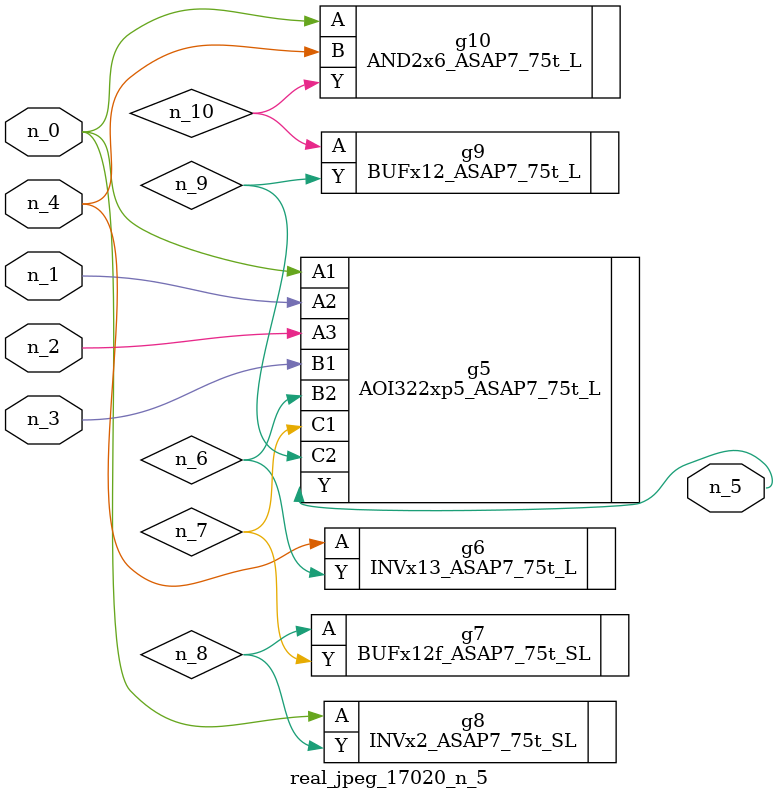
<source format=v>
module real_jpeg_17020_n_5 (n_4, n_0, n_1, n_2, n_3, n_5);

input n_4;
input n_0;
input n_1;
input n_2;
input n_3;

output n_5;

wire n_8;
wire n_6;
wire n_7;
wire n_10;
wire n_9;

AOI322xp5_ASAP7_75t_L g5 ( 
.A1(n_0),
.A2(n_1),
.A3(n_2),
.B1(n_3),
.B2(n_6),
.C1(n_7),
.C2(n_9),
.Y(n_5)
);

INVx2_ASAP7_75t_SL g8 ( 
.A(n_0),
.Y(n_8)
);

AND2x6_ASAP7_75t_L g10 ( 
.A(n_0),
.B(n_4),
.Y(n_10)
);

INVx13_ASAP7_75t_L g6 ( 
.A(n_4),
.Y(n_6)
);

BUFx12f_ASAP7_75t_SL g7 ( 
.A(n_8),
.Y(n_7)
);

BUFx12_ASAP7_75t_L g9 ( 
.A(n_10),
.Y(n_9)
);


endmodule
</source>
